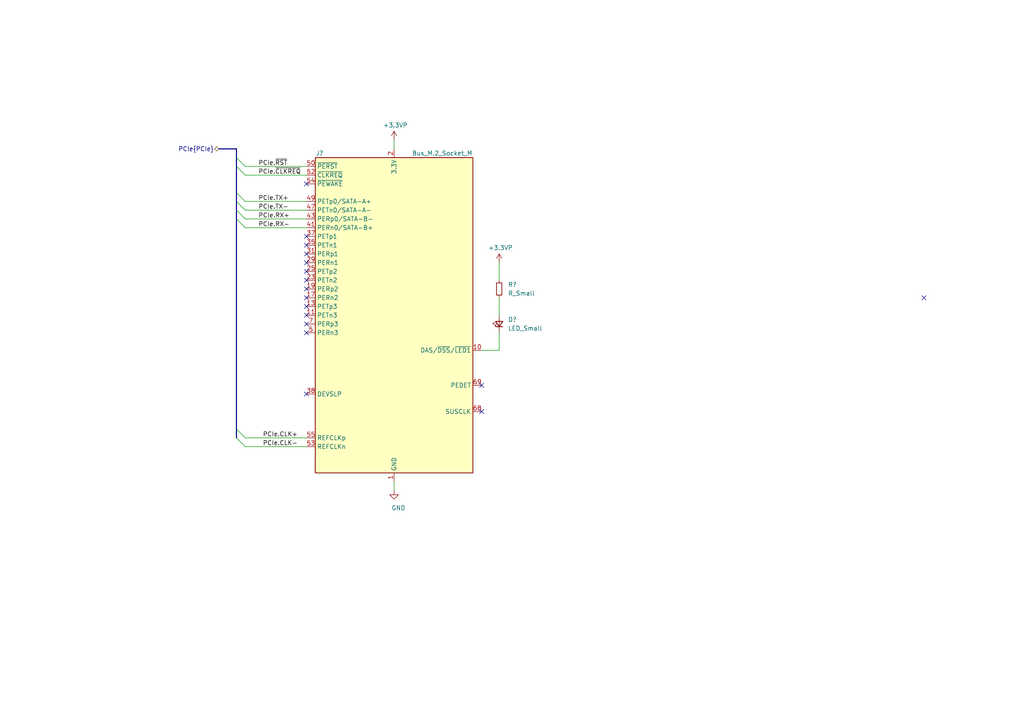
<source format=kicad_sch>
(kicad_sch (version 20201015) (generator eeschema)
  (paper "A4")
  (lib_symbols
    (symbol "Connector:Bus_M.2_Socket_M"
      (property "Reference" "J" (at -22.86 46.99 0))
      (property "Value" "Bus_M.2_Socket_M" (at 16.51 46.99 0))
      (symbol "Bus_M.2_Socket_M_0_1"
        (rectangle (start -22.86 45.72) (end 22.86 -45.72) (stroke (width 0.254)) (fill (type background)))
      )
      (symbol "Bus_M.2_Socket_M_1_1"
        (pin power_in line (at 0 -48.26 90) (length 2.54) (name "GND") (number "1"))
        (pin bidirectional line (at 25.4 -10.16 180) (length 2.54) (name "DAS/~DSS~/~LED1") (number "10"))
        (pin output line (at -25.4 0 0) (length 2.54) (name "PETn3") (number "11"))
        (pin passive line (at 0 48.26 270) (length 2.54) hide (name "3.3V") (number "12"))
        (pin output line (at -25.4 2.54 0) (length 2.54) (name "PETp3") (number "13"))
        (pin passive line (at 0 48.26 270) (length 2.54) hide (name "3.3V") (number "14"))
        (pin passive line (at 0 -48.26 90) (length 2.54) hide (name "GND") (number "15"))
        (pin passive line (at 0 48.26 270) (length 2.54) hide (name "3.3V") (number "16"))
        (pin input line (at -25.4 5.08 0) (length 2.54) (name "PERn2") (number "17"))
        (pin passive line (at 0 48.26 270) (length 2.54) hide (name "3.3V") (number "18"))
        (pin input line (at -25.4 7.62 0) (length 2.54) (name "PERp2") (number "19"))
        (pin power_in line (at 0 48.26 270) (length 2.54) (name "3.3V") (number "2"))
        (pin unconnected line (at 22.86 2.54 180) (length 2.54) hide (name "NC") (number "20"))
        (pin passive line (at 0 -48.26 90) (length 2.54) hide (name "GND") (number "21"))
        (pin unconnected line (at 22.86 5.08 180) (length 2.54) hide (name "NC") (number "22"))
        (pin output line (at -25.4 10.16 0) (length 2.54) (name "PETn2") (number "23"))
        (pin unconnected line (at 22.86 7.62 180) (length 2.54) hide (name "NC") (number "24"))
        (pin output line (at -25.4 12.7 0) (length 2.54) (name "PETp2") (number "25"))
        (pin unconnected line (at 22.86 10.16 180) (length 2.54) hide (name "NC") (number "26"))
        (pin passive line (at 0 -48.26 90) (length 2.54) hide (name "GND") (number "27"))
        (pin unconnected line (at 22.86 12.7 180) (length 2.54) hide (name "NC") (number "28"))
        (pin input line (at -25.4 15.24 0) (length 2.54) (name "PERn1") (number "29"))
        (pin passive line (at 0 -48.26 90) (length 2.54) hide (name "GND") (number "3"))
        (pin unconnected line (at 22.86 15.24 180) (length 2.54) hide (name "NC") (number "30"))
        (pin input line (at -25.4 17.78 0) (length 2.54) (name "PERp1") (number "31"))
        (pin unconnected line (at 22.86 17.78 180) (length 2.54) hide (name "NC") (number "32"))
        (pin passive line (at 0 -48.26 90) (length 2.54) hide (name "GND") (number "33"))
        (pin unconnected line (at 22.86 20.32 180) (length 2.54) hide (name "NC") (number "34"))
        (pin output line (at -25.4 20.32 0) (length 2.54) (name "PETn1") (number "35"))
        (pin unconnected line (at 22.86 22.86 180) (length 2.54) hide (name "NC") (number "36"))
        (pin output line (at -25.4 22.86 0) (length 2.54) (name "PETp1") (number "37"))
        (pin output line (at -25.4 -22.86 0) (length 2.54) (name "DEVSLP") (number "38"))
        (pin passive line (at 0 -48.26 90) (length 2.54) hide (name "GND") (number "39"))
        (pin passive line (at 0 48.26 270) (length 2.54) hide (name "3.3V") (number "4"))
        (pin unconnected line (at 22.86 25.4 180) (length 2.54) hide (name "NC") (number "40"))
        (pin input line (at -25.4 25.4 0) (length 2.54) (name "PERn0/SATA-B+") (number "41"))
        (pin unconnected line (at 22.86 27.94 180) (length 2.54) hide (name "NC") (number "42"))
        (pin input line (at -25.4 27.94 0) (length 2.54) (name "PERp0/SATA-B-") (number "43"))
        (pin unconnected line (at 22.86 30.48 180) (length 2.54) hide (name "NC") (number "44"))
        (pin passive line (at 0 -48.26 90) (length 2.54) hide (name "GND") (number "45"))
        (pin unconnected line (at 22.86 33.02 180) (length 2.54) hide (name "NC") (number "46"))
        (pin output line (at -25.4 30.48 0) (length 2.54) (name "PETn0/SATA-A-") (number "47"))
        (pin unconnected line (at 22.86 35.56 180) (length 2.54) hide (name "NC") (number "48"))
        (pin output line (at -25.4 33.02 0) (length 2.54) (name "PETp0/SATA-A+") (number "49"))
        (pin input line (at -25.4 -5.08 0) (length 2.54) (name "PERn3") (number "5"))
        (pin output line (at -25.4 43.18 0) (length 2.54) (name "~PERST") (number "50"))
        (pin passive line (at 0 -48.26 90) (length 2.54) hide (name "GND") (number "51"))
        (pin bidirectional line (at -25.4 40.64 0) (length 2.54) (name "~CLKREQ") (number "52"))
        (pin output line (at -25.4 -38.1 0) (length 2.54) (name "REFCLKn") (number "53"))
        (pin bidirectional line (at -25.4 38.1 0) (length 2.54) (name "~PEWAKE") (number "54"))
        (pin output line (at -25.4 -35.56 0) (length 2.54) (name "REFCLKp") (number "55"))
        (pin unconnected line (at 22.86 38.1 180) (length 2.54) hide (name "NC") (number "56"))
        (pin passive line (at 0 -48.26 90) (length 2.54) hide (name "GND") (number "57"))
        (pin unconnected line (at 22.86 40.64 180) (length 2.54) hide (name "NC") (number "58"))
        (pin unconnected line (at 22.86 -2.54 180) (length 2.54) hide (name "NC") (number "6"))
        (pin unconnected line (at 22.86 -5.08 180) (length 2.54) hide (name "NC") (number "67"))
        (pin output line (at 25.4 -27.94 180) (length 2.54) (name "SUSCLK") (number "68"))
        (pin passive line (at 25.4 -20.32 180) (length 2.54) (name "PEDET") (number "69"))
        (pin input line (at -25.4 -2.54 0) (length 2.54) (name "PERp3") (number "7"))
        (pin passive line (at 0 48.26 270) (length 2.54) hide (name "3.3V") (number "70"))
        (pin passive line (at 0 -48.26 90) (length 2.54) hide (name "GND") (number "71"))
        (pin passive line (at 0 48.26 270) (length 2.54) hide (name "3.3V") (number "72"))
        (pin passive line (at 0 -48.26 90) (length 2.54) hide (name "GND") (number "73"))
        (pin passive line (at 0 48.26 270) (length 2.54) hide (name "3.3V") (number "74"))
        (pin passive line (at 0 -48.26 90) (length 2.54) hide (name "GND") (number "75"))
        (pin unconnected line (at 22.86 0 180) (length 2.54) hide (name "NC") (number "8"))
        (pin passive line (at 0 -48.26 90) (length 2.54) hide (name "GND") (number "9"))
      )
    )
    (symbol "Device:LED_Small" (pin_numbers hide) (pin_names (offset 0.254) hide)
      (property "Reference" "D" (at -1.27 3.175 0))
      (property "Value" "LED_Small" (at -4.445 -2.54 0))
      (symbol "LED_Small_0_1"
        (polyline (pts (xy -0.762 -1.016) (xy -0.762 1.016)) (stroke (width 0.254)))
        (polyline (pts (xy 1.016 0) (xy -0.762 0)))
        (polyline (pts (xy 0.762 -1.016) (xy -0.762 0) (xy 0.762 1.016) (xy 0.762 -1.016)) (stroke (width 0.254)))
        (polyline (pts (xy 0 0.762) (xy -0.508 1.27) (xy -0.254 1.27) (xy -0.508 1.27) (xy -0.508 1.016)))
        (polyline (pts (xy 0.508 1.27) (xy 0 1.778) (xy 0.254 1.778) (xy 0 1.778) (xy 0 1.524)))
      )
      (symbol "LED_Small_1_1"
        (pin passive line (at -2.54 0 0) (length 1.778) (name "K") (number "1"))
        (pin passive line (at 2.54 0 180) (length 1.778) (name "A") (number "2"))
      )
    )
    (symbol "Device:R_Small" (pin_numbers hide) (pin_names (offset 0.254) hide)
      (property "Reference" "R" (at 0.762 0.508 0))
      (property "Value" "R_Small" (at 0.762 -1.016 0))
      (symbol "R_Small_0_1"
        (rectangle (start -0.762 1.778) (end 0.762 -1.778) (stroke (width 0.2032)))
      )
      (symbol "R_Small_1_1"
        (pin passive line (at 0 2.54 270) (length 0.762) (name "~") (number "1"))
        (pin passive line (at 0 -2.54 90) (length 0.762) (name "~") (number "2"))
      )
    )
    (symbol "power:+3.3VP" (power) (pin_names (offset 0))
      (property "Value" "+3.3VP" (at 0 2.54 0))
      (symbol "+3.3VP_0_0"
        (pin power_in line (at 0 0 90) (length 0) hide (name "+3.3VP") (number "1"))
      )
      (symbol "+3.3VP_0_1"
        (polyline (pts (xy -0.762 1.27) (xy 0 2.54)))
        (polyline (pts (xy 0 0) (xy 0 2.54)))
        (polyline (pts (xy 0 2.54) (xy 0.762 1.27)))
      )
    )
    (symbol "power:GND" (power) (pin_names (offset 0))
      (property "Value" "GND" (at 0 -3.81 0))
      (symbol "GND_0_1"
        (polyline (pts (xy 0 0) (xy 0 -1.27) (xy 1.27 -1.27) (xy 0 -2.54) (xy -1.27 -1.27) (xy 0 -1.27)))
      )
      (symbol "GND_1_1"
        (pin power_in line (at 0 0 270) (length 0) hide (name "GND") (number "1"))
      )
    )
  )
  (no_connect (at 139.7 111.76))
  (no_connect (at 88.9 71.12))
  (no_connect (at 88.9 91.44))
  (no_connect (at 88.9 88.9))
  (no_connect (at 88.9 76.2))
  (no_connect (at 88.9 53.34))
  (no_connect (at 88.9 78.74))
  (no_connect (at 267.97 86.36))
  (no_connect (at 139.7 119.38))
  (no_connect (at 88.9 93.98))
  (no_connect (at 88.9 114.3))
  (no_connect (at 88.9 73.66))
  (no_connect (at 88.9 81.28))
  (no_connect (at 88.9 86.36))
  (no_connect (at 88.9 83.82))
  (no_connect (at 88.9 68.58))
  (no_connect (at 88.9 96.52))
  (bus_entry (at 68.58 45.72) (size 2.54 2.54) (stroke (width 0.1524)))
  (bus_entry (at 68.58 48.26) (size 2.54 2.54) (stroke (width 0.1524)))
  (bus_entry (at 68.58 55.88) (size 2.54 2.54) (stroke (width 0.1524)))
  (bus_entry (at 68.58 58.42) (size 2.54 2.54) (stroke (width 0.1524)))
  (bus_entry (at 68.58 60.96) (size 2.54 2.54) (stroke (width 0.1524)))
  (bus_entry (at 68.58 63.5) (size 2.54 2.54) (stroke (width 0.1524)))
  (bus_entry (at 68.58 124.46) (size 2.54 2.54) (stroke (width 0.1524)))
  (bus_entry (at 68.58 127) (size 2.54 2.54) (stroke (width 0.1524)))
  (wire (pts (xy 71.12 48.26) (xy 88.9 48.26)))
  (wire (pts (xy 71.12 50.8) (xy 88.9 50.8)))
  (wire (pts (xy 71.12 58.42) (xy 88.9 58.42)))
  (wire (pts (xy 71.12 60.96) (xy 88.9 60.96)))
  (wire (pts (xy 71.12 63.5) (xy 88.9 63.5)))
  (wire (pts (xy 71.12 66.04) (xy 88.9 66.04)))
  (wire (pts (xy 71.12 127) (xy 88.9 127)))
  (wire (pts (xy 71.12 129.54) (xy 88.9 129.54)))
  (wire (pts (xy 114.3 40.64) (xy 114.3 43.18)))
  (wire (pts (xy 114.3 139.7) (xy 114.3 142.24)))
  (wire (pts (xy 139.7 101.6) (xy 144.78 101.6)))
  (wire (pts (xy 144.78 76.2) (xy 144.78 81.28)))
  (wire (pts (xy 144.78 86.36) (xy 144.78 91.44)))
  (wire (pts (xy 144.78 96.52) (xy 144.78 101.6)))
  (bus (pts (xy 63.5 43.18) (xy 68.58 43.18)))
  (bus (pts (xy 68.58 43.18) (xy 68.58 45.72)))
  (bus (pts (xy 68.58 45.72) (xy 68.58 48.26)))
  (bus (pts (xy 68.58 48.26) (xy 68.58 55.88)))
  (bus (pts (xy 68.58 55.88) (xy 68.58 58.42)))
  (bus (pts (xy 68.58 58.42) (xy 68.58 60.96)))
  (bus (pts (xy 68.58 60.96) (xy 68.58 63.5)))
  (bus (pts (xy 68.58 63.5) (xy 68.58 124.46)))
  (bus (pts (xy 68.58 124.46) (xy 68.58 127)))
  (label "PCIe.~RST" (at 74.93 48.26 0))
  (label "PCIe.~CLKREQ" (at 74.93 50.8 0))
  (label "PCIe.TX+" (at 74.93 58.42 0))
  (label "PCIe.TX-" (at 74.93 60.96 0))
  (label "PCIe.RX+" (at 74.93 63.5 0))
  (label "PCIe.RX-" (at 74.93 66.04 0))
  (label "PCIe.CLK+" (at 76.2 127 0))
  (label "PCIe.CLK-" (at 76.2 129.54 0))
  (hierarchical_label "PCIe{PCIe}" (shape bidirectional) (at 63.5 43.18 180))
  (symbol (lib_id "power:+3.3VP") (at 114.3 40.64 0) (unit 1)
    (property "Reference" "#PWR?" (effects hide))
    (property "Value" "+3.3VP" (at 114.6683 36.3156 0))
  )
  (symbol (lib_id "power:+3.3VP") (at 144.78 76.2 0) (unit 1)
    (property "Reference" "#PWR?" (effects hide))
    (property "Value" "+3.3VP" (at 145.1483 71.8756 0))
  )
  (symbol (lib_id "power:GND") (at 114.3 142.24 0) (unit 1)
    (property "Reference" "#PWR?" (effects hide))
    (property "Value" "GND" (at 115.57 147.32 0))
  )
  (symbol (lib_id "Device:R_Small") (at 144.78 83.82 0) (unit 1)
    (property "Reference" "R?" (at 147.32 82.55 0) (effects (justify left)))
    (property "Value" "R_Small" (at 147.32 85.09 0) (effects (justify left)))
  )
  (symbol (lib_id "Device:LED_Small") (at 144.78 93.98 90) (unit 1)
    (property "Reference" "D?" (at 147.32 92.71 90) (effects (justify right)))
    (property "Value" "LED_Small" (at 147.32 95.25 90) (effects (justify right)))
  )
  (symbol (lib_id "Connector:Bus_M.2_Socket_M") (at 114.3 91.44 0) (unit 1)
    (property "Reference" "J?" (at 92.71 44.45 0))
    (property "Value" "Bus_M.2_Socket_M" (at 128.27 44.45 0))
    (property "Footprint" "LightBlue:TE_2199230_Bus_M.2_M_H4.2mm_P0.5mm_Horizontal" (effects hide))
    (property "Datasheet" "http://read.pudn.com/downloads794/doc/project/3133918/PCIe_M.2_Electromechanical_Spec_Rev1.0_Final_11012013_RS_Clean.pdf#page=155" (effects hide))
  )
)
</source>
